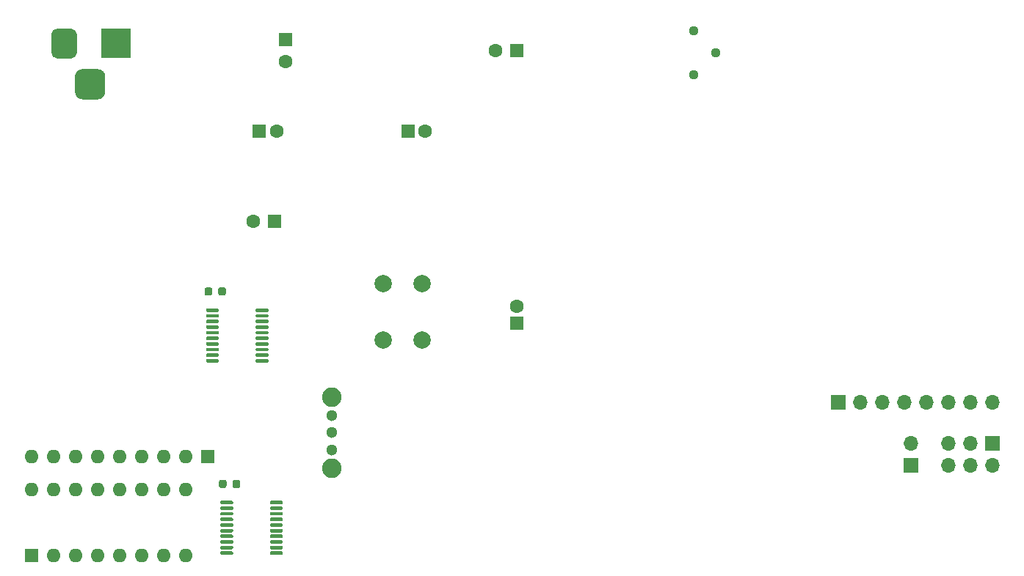
<source format=gbr>
G04 #@! TF.GenerationSoftware,KiCad,Pcbnew,(5.1.6)-1*
G04 #@! TF.CreationDate,2020-07-18T22:50:30+07:00*
G04 #@! TF.ProjectId,automata_smd,6175746f-6d61-4746-915f-736d642e6b69,3*
G04 #@! TF.SameCoordinates,Original*
G04 #@! TF.FileFunction,Soldermask,Bot*
G04 #@! TF.FilePolarity,Negative*
%FSLAX46Y46*%
G04 Gerber Fmt 4.6, Leading zero omitted, Abs format (unit mm)*
G04 Created by KiCad (PCBNEW (5.1.6)-1) date 2020-07-18 22:50:30*
%MOMM*%
%LPD*%
G01*
G04 APERTURE LIST*
%ADD10O,1.600000X1.600000*%
%ADD11R,1.600000X1.600000*%
%ADD12C,2.000000*%
%ADD13O,1.700000X1.700000*%
%ADD14R,1.700000X1.700000*%
%ADD15R,3.500000X3.500000*%
%ADD16C,1.600000*%
%ADD17C,1.120000*%
%ADD18C,2.250000*%
%ADD19C,1.300000*%
G04 APERTURE END LIST*
G36*
G01*
X54898000Y-137183000D02*
X54898000Y-137383000D01*
G75*
G02*
X54798000Y-137483000I-100000J0D01*
G01*
X53523000Y-137483000D01*
G75*
G02*
X53423000Y-137383000I0J100000D01*
G01*
X53423000Y-137183000D01*
G75*
G02*
X53523000Y-137083000I100000J0D01*
G01*
X54798000Y-137083000D01*
G75*
G02*
X54898000Y-137183000I0J-100000D01*
G01*
G37*
G36*
G01*
X54898000Y-137833000D02*
X54898000Y-138033000D01*
G75*
G02*
X54798000Y-138133000I-100000J0D01*
G01*
X53523000Y-138133000D01*
G75*
G02*
X53423000Y-138033000I0J100000D01*
G01*
X53423000Y-137833000D01*
G75*
G02*
X53523000Y-137733000I100000J0D01*
G01*
X54798000Y-137733000D01*
G75*
G02*
X54898000Y-137833000I0J-100000D01*
G01*
G37*
G36*
G01*
X54898000Y-138483000D02*
X54898000Y-138683000D01*
G75*
G02*
X54798000Y-138783000I-100000J0D01*
G01*
X53523000Y-138783000D01*
G75*
G02*
X53423000Y-138683000I0J100000D01*
G01*
X53423000Y-138483000D01*
G75*
G02*
X53523000Y-138383000I100000J0D01*
G01*
X54798000Y-138383000D01*
G75*
G02*
X54898000Y-138483000I0J-100000D01*
G01*
G37*
G36*
G01*
X54898000Y-139133000D02*
X54898000Y-139333000D01*
G75*
G02*
X54798000Y-139433000I-100000J0D01*
G01*
X53523000Y-139433000D01*
G75*
G02*
X53423000Y-139333000I0J100000D01*
G01*
X53423000Y-139133000D01*
G75*
G02*
X53523000Y-139033000I100000J0D01*
G01*
X54798000Y-139033000D01*
G75*
G02*
X54898000Y-139133000I0J-100000D01*
G01*
G37*
G36*
G01*
X54898000Y-139783000D02*
X54898000Y-139983000D01*
G75*
G02*
X54798000Y-140083000I-100000J0D01*
G01*
X53523000Y-140083000D01*
G75*
G02*
X53423000Y-139983000I0J100000D01*
G01*
X53423000Y-139783000D01*
G75*
G02*
X53523000Y-139683000I100000J0D01*
G01*
X54798000Y-139683000D01*
G75*
G02*
X54898000Y-139783000I0J-100000D01*
G01*
G37*
G36*
G01*
X54898000Y-140433000D02*
X54898000Y-140633000D01*
G75*
G02*
X54798000Y-140733000I-100000J0D01*
G01*
X53523000Y-140733000D01*
G75*
G02*
X53423000Y-140633000I0J100000D01*
G01*
X53423000Y-140433000D01*
G75*
G02*
X53523000Y-140333000I100000J0D01*
G01*
X54798000Y-140333000D01*
G75*
G02*
X54898000Y-140433000I0J-100000D01*
G01*
G37*
G36*
G01*
X54898000Y-141083000D02*
X54898000Y-141283000D01*
G75*
G02*
X54798000Y-141383000I-100000J0D01*
G01*
X53523000Y-141383000D01*
G75*
G02*
X53423000Y-141283000I0J100000D01*
G01*
X53423000Y-141083000D01*
G75*
G02*
X53523000Y-140983000I100000J0D01*
G01*
X54798000Y-140983000D01*
G75*
G02*
X54898000Y-141083000I0J-100000D01*
G01*
G37*
G36*
G01*
X54898000Y-141733000D02*
X54898000Y-141933000D01*
G75*
G02*
X54798000Y-142033000I-100000J0D01*
G01*
X53523000Y-142033000D01*
G75*
G02*
X53423000Y-141933000I0J100000D01*
G01*
X53423000Y-141733000D01*
G75*
G02*
X53523000Y-141633000I100000J0D01*
G01*
X54798000Y-141633000D01*
G75*
G02*
X54898000Y-141733000I0J-100000D01*
G01*
G37*
G36*
G01*
X54898000Y-142383000D02*
X54898000Y-142583000D01*
G75*
G02*
X54798000Y-142683000I-100000J0D01*
G01*
X53523000Y-142683000D01*
G75*
G02*
X53423000Y-142583000I0J100000D01*
G01*
X53423000Y-142383000D01*
G75*
G02*
X53523000Y-142283000I100000J0D01*
G01*
X54798000Y-142283000D01*
G75*
G02*
X54898000Y-142383000I0J-100000D01*
G01*
G37*
G36*
G01*
X54898000Y-143033000D02*
X54898000Y-143233000D01*
G75*
G02*
X54798000Y-143333000I-100000J0D01*
G01*
X53523000Y-143333000D01*
G75*
G02*
X53423000Y-143233000I0J100000D01*
G01*
X53423000Y-143033000D01*
G75*
G02*
X53523000Y-142933000I100000J0D01*
G01*
X54798000Y-142933000D01*
G75*
G02*
X54898000Y-143033000I0J-100000D01*
G01*
G37*
G36*
G01*
X60623000Y-143033000D02*
X60623000Y-143233000D01*
G75*
G02*
X60523000Y-143333000I-100000J0D01*
G01*
X59248000Y-143333000D01*
G75*
G02*
X59148000Y-143233000I0J100000D01*
G01*
X59148000Y-143033000D01*
G75*
G02*
X59248000Y-142933000I100000J0D01*
G01*
X60523000Y-142933000D01*
G75*
G02*
X60623000Y-143033000I0J-100000D01*
G01*
G37*
G36*
G01*
X60623000Y-142383000D02*
X60623000Y-142583000D01*
G75*
G02*
X60523000Y-142683000I-100000J0D01*
G01*
X59248000Y-142683000D01*
G75*
G02*
X59148000Y-142583000I0J100000D01*
G01*
X59148000Y-142383000D01*
G75*
G02*
X59248000Y-142283000I100000J0D01*
G01*
X60523000Y-142283000D01*
G75*
G02*
X60623000Y-142383000I0J-100000D01*
G01*
G37*
G36*
G01*
X60623000Y-141733000D02*
X60623000Y-141933000D01*
G75*
G02*
X60523000Y-142033000I-100000J0D01*
G01*
X59248000Y-142033000D01*
G75*
G02*
X59148000Y-141933000I0J100000D01*
G01*
X59148000Y-141733000D01*
G75*
G02*
X59248000Y-141633000I100000J0D01*
G01*
X60523000Y-141633000D01*
G75*
G02*
X60623000Y-141733000I0J-100000D01*
G01*
G37*
G36*
G01*
X60623000Y-141083000D02*
X60623000Y-141283000D01*
G75*
G02*
X60523000Y-141383000I-100000J0D01*
G01*
X59248000Y-141383000D01*
G75*
G02*
X59148000Y-141283000I0J100000D01*
G01*
X59148000Y-141083000D01*
G75*
G02*
X59248000Y-140983000I100000J0D01*
G01*
X60523000Y-140983000D01*
G75*
G02*
X60623000Y-141083000I0J-100000D01*
G01*
G37*
G36*
G01*
X60623000Y-140433000D02*
X60623000Y-140633000D01*
G75*
G02*
X60523000Y-140733000I-100000J0D01*
G01*
X59248000Y-140733000D01*
G75*
G02*
X59148000Y-140633000I0J100000D01*
G01*
X59148000Y-140433000D01*
G75*
G02*
X59248000Y-140333000I100000J0D01*
G01*
X60523000Y-140333000D01*
G75*
G02*
X60623000Y-140433000I0J-100000D01*
G01*
G37*
G36*
G01*
X60623000Y-139783000D02*
X60623000Y-139983000D01*
G75*
G02*
X60523000Y-140083000I-100000J0D01*
G01*
X59248000Y-140083000D01*
G75*
G02*
X59148000Y-139983000I0J100000D01*
G01*
X59148000Y-139783000D01*
G75*
G02*
X59248000Y-139683000I100000J0D01*
G01*
X60523000Y-139683000D01*
G75*
G02*
X60623000Y-139783000I0J-100000D01*
G01*
G37*
G36*
G01*
X60623000Y-139133000D02*
X60623000Y-139333000D01*
G75*
G02*
X60523000Y-139433000I-100000J0D01*
G01*
X59248000Y-139433000D01*
G75*
G02*
X59148000Y-139333000I0J100000D01*
G01*
X59148000Y-139133000D01*
G75*
G02*
X59248000Y-139033000I100000J0D01*
G01*
X60523000Y-139033000D01*
G75*
G02*
X60623000Y-139133000I0J-100000D01*
G01*
G37*
G36*
G01*
X60623000Y-138483000D02*
X60623000Y-138683000D01*
G75*
G02*
X60523000Y-138783000I-100000J0D01*
G01*
X59248000Y-138783000D01*
G75*
G02*
X59148000Y-138683000I0J100000D01*
G01*
X59148000Y-138483000D01*
G75*
G02*
X59248000Y-138383000I100000J0D01*
G01*
X60523000Y-138383000D01*
G75*
G02*
X60623000Y-138483000I0J-100000D01*
G01*
G37*
G36*
G01*
X60623000Y-137833000D02*
X60623000Y-138033000D01*
G75*
G02*
X60523000Y-138133000I-100000J0D01*
G01*
X59248000Y-138133000D01*
G75*
G02*
X59148000Y-138033000I0J100000D01*
G01*
X59148000Y-137833000D01*
G75*
G02*
X59248000Y-137733000I100000J0D01*
G01*
X60523000Y-137733000D01*
G75*
G02*
X60623000Y-137833000I0J-100000D01*
G01*
G37*
G36*
G01*
X60623000Y-137183000D02*
X60623000Y-137383000D01*
G75*
G02*
X60523000Y-137483000I-100000J0D01*
G01*
X59248000Y-137483000D01*
G75*
G02*
X59148000Y-137383000I0J100000D01*
G01*
X59148000Y-137183000D01*
G75*
G02*
X59248000Y-137083000I100000J0D01*
G01*
X60523000Y-137083000D01*
G75*
G02*
X60623000Y-137183000I0J-100000D01*
G01*
G37*
G36*
G01*
X53247000Y-114958000D02*
X53247000Y-115158000D01*
G75*
G02*
X53147000Y-115258000I-100000J0D01*
G01*
X51872000Y-115258000D01*
G75*
G02*
X51772000Y-115158000I0J100000D01*
G01*
X51772000Y-114958000D01*
G75*
G02*
X51872000Y-114858000I100000J0D01*
G01*
X53147000Y-114858000D01*
G75*
G02*
X53247000Y-114958000I0J-100000D01*
G01*
G37*
G36*
G01*
X53247000Y-115608000D02*
X53247000Y-115808000D01*
G75*
G02*
X53147000Y-115908000I-100000J0D01*
G01*
X51872000Y-115908000D01*
G75*
G02*
X51772000Y-115808000I0J100000D01*
G01*
X51772000Y-115608000D01*
G75*
G02*
X51872000Y-115508000I100000J0D01*
G01*
X53147000Y-115508000D01*
G75*
G02*
X53247000Y-115608000I0J-100000D01*
G01*
G37*
G36*
G01*
X53247000Y-116258000D02*
X53247000Y-116458000D01*
G75*
G02*
X53147000Y-116558000I-100000J0D01*
G01*
X51872000Y-116558000D01*
G75*
G02*
X51772000Y-116458000I0J100000D01*
G01*
X51772000Y-116258000D01*
G75*
G02*
X51872000Y-116158000I100000J0D01*
G01*
X53147000Y-116158000D01*
G75*
G02*
X53247000Y-116258000I0J-100000D01*
G01*
G37*
G36*
G01*
X53247000Y-116908000D02*
X53247000Y-117108000D01*
G75*
G02*
X53147000Y-117208000I-100000J0D01*
G01*
X51872000Y-117208000D01*
G75*
G02*
X51772000Y-117108000I0J100000D01*
G01*
X51772000Y-116908000D01*
G75*
G02*
X51872000Y-116808000I100000J0D01*
G01*
X53147000Y-116808000D01*
G75*
G02*
X53247000Y-116908000I0J-100000D01*
G01*
G37*
G36*
G01*
X53247000Y-117558000D02*
X53247000Y-117758000D01*
G75*
G02*
X53147000Y-117858000I-100000J0D01*
G01*
X51872000Y-117858000D01*
G75*
G02*
X51772000Y-117758000I0J100000D01*
G01*
X51772000Y-117558000D01*
G75*
G02*
X51872000Y-117458000I100000J0D01*
G01*
X53147000Y-117458000D01*
G75*
G02*
X53247000Y-117558000I0J-100000D01*
G01*
G37*
G36*
G01*
X53247000Y-118208000D02*
X53247000Y-118408000D01*
G75*
G02*
X53147000Y-118508000I-100000J0D01*
G01*
X51872000Y-118508000D01*
G75*
G02*
X51772000Y-118408000I0J100000D01*
G01*
X51772000Y-118208000D01*
G75*
G02*
X51872000Y-118108000I100000J0D01*
G01*
X53147000Y-118108000D01*
G75*
G02*
X53247000Y-118208000I0J-100000D01*
G01*
G37*
G36*
G01*
X53247000Y-118858000D02*
X53247000Y-119058000D01*
G75*
G02*
X53147000Y-119158000I-100000J0D01*
G01*
X51872000Y-119158000D01*
G75*
G02*
X51772000Y-119058000I0J100000D01*
G01*
X51772000Y-118858000D01*
G75*
G02*
X51872000Y-118758000I100000J0D01*
G01*
X53147000Y-118758000D01*
G75*
G02*
X53247000Y-118858000I0J-100000D01*
G01*
G37*
G36*
G01*
X53247000Y-119508000D02*
X53247000Y-119708000D01*
G75*
G02*
X53147000Y-119808000I-100000J0D01*
G01*
X51872000Y-119808000D01*
G75*
G02*
X51772000Y-119708000I0J100000D01*
G01*
X51772000Y-119508000D01*
G75*
G02*
X51872000Y-119408000I100000J0D01*
G01*
X53147000Y-119408000D01*
G75*
G02*
X53247000Y-119508000I0J-100000D01*
G01*
G37*
G36*
G01*
X53247000Y-120158000D02*
X53247000Y-120358000D01*
G75*
G02*
X53147000Y-120458000I-100000J0D01*
G01*
X51872000Y-120458000D01*
G75*
G02*
X51772000Y-120358000I0J100000D01*
G01*
X51772000Y-120158000D01*
G75*
G02*
X51872000Y-120058000I100000J0D01*
G01*
X53147000Y-120058000D01*
G75*
G02*
X53247000Y-120158000I0J-100000D01*
G01*
G37*
G36*
G01*
X53247000Y-120808000D02*
X53247000Y-121008000D01*
G75*
G02*
X53147000Y-121108000I-100000J0D01*
G01*
X51872000Y-121108000D01*
G75*
G02*
X51772000Y-121008000I0J100000D01*
G01*
X51772000Y-120808000D01*
G75*
G02*
X51872000Y-120708000I100000J0D01*
G01*
X53147000Y-120708000D01*
G75*
G02*
X53247000Y-120808000I0J-100000D01*
G01*
G37*
G36*
G01*
X58972000Y-120808000D02*
X58972000Y-121008000D01*
G75*
G02*
X58872000Y-121108000I-100000J0D01*
G01*
X57597000Y-121108000D01*
G75*
G02*
X57497000Y-121008000I0J100000D01*
G01*
X57497000Y-120808000D01*
G75*
G02*
X57597000Y-120708000I100000J0D01*
G01*
X58872000Y-120708000D01*
G75*
G02*
X58972000Y-120808000I0J-100000D01*
G01*
G37*
G36*
G01*
X58972000Y-120158000D02*
X58972000Y-120358000D01*
G75*
G02*
X58872000Y-120458000I-100000J0D01*
G01*
X57597000Y-120458000D01*
G75*
G02*
X57497000Y-120358000I0J100000D01*
G01*
X57497000Y-120158000D01*
G75*
G02*
X57597000Y-120058000I100000J0D01*
G01*
X58872000Y-120058000D01*
G75*
G02*
X58972000Y-120158000I0J-100000D01*
G01*
G37*
G36*
G01*
X58972000Y-119508000D02*
X58972000Y-119708000D01*
G75*
G02*
X58872000Y-119808000I-100000J0D01*
G01*
X57597000Y-119808000D01*
G75*
G02*
X57497000Y-119708000I0J100000D01*
G01*
X57497000Y-119508000D01*
G75*
G02*
X57597000Y-119408000I100000J0D01*
G01*
X58872000Y-119408000D01*
G75*
G02*
X58972000Y-119508000I0J-100000D01*
G01*
G37*
G36*
G01*
X58972000Y-118858000D02*
X58972000Y-119058000D01*
G75*
G02*
X58872000Y-119158000I-100000J0D01*
G01*
X57597000Y-119158000D01*
G75*
G02*
X57497000Y-119058000I0J100000D01*
G01*
X57497000Y-118858000D01*
G75*
G02*
X57597000Y-118758000I100000J0D01*
G01*
X58872000Y-118758000D01*
G75*
G02*
X58972000Y-118858000I0J-100000D01*
G01*
G37*
G36*
G01*
X58972000Y-118208000D02*
X58972000Y-118408000D01*
G75*
G02*
X58872000Y-118508000I-100000J0D01*
G01*
X57597000Y-118508000D01*
G75*
G02*
X57497000Y-118408000I0J100000D01*
G01*
X57497000Y-118208000D01*
G75*
G02*
X57597000Y-118108000I100000J0D01*
G01*
X58872000Y-118108000D01*
G75*
G02*
X58972000Y-118208000I0J-100000D01*
G01*
G37*
G36*
G01*
X58972000Y-117558000D02*
X58972000Y-117758000D01*
G75*
G02*
X58872000Y-117858000I-100000J0D01*
G01*
X57597000Y-117858000D01*
G75*
G02*
X57497000Y-117758000I0J100000D01*
G01*
X57497000Y-117558000D01*
G75*
G02*
X57597000Y-117458000I100000J0D01*
G01*
X58872000Y-117458000D01*
G75*
G02*
X58972000Y-117558000I0J-100000D01*
G01*
G37*
G36*
G01*
X58972000Y-116908000D02*
X58972000Y-117108000D01*
G75*
G02*
X58872000Y-117208000I-100000J0D01*
G01*
X57597000Y-117208000D01*
G75*
G02*
X57497000Y-117108000I0J100000D01*
G01*
X57497000Y-116908000D01*
G75*
G02*
X57597000Y-116808000I100000J0D01*
G01*
X58872000Y-116808000D01*
G75*
G02*
X58972000Y-116908000I0J-100000D01*
G01*
G37*
G36*
G01*
X58972000Y-116258000D02*
X58972000Y-116458000D01*
G75*
G02*
X58872000Y-116558000I-100000J0D01*
G01*
X57597000Y-116558000D01*
G75*
G02*
X57497000Y-116458000I0J100000D01*
G01*
X57497000Y-116258000D01*
G75*
G02*
X57597000Y-116158000I100000J0D01*
G01*
X58872000Y-116158000D01*
G75*
G02*
X58972000Y-116258000I0J-100000D01*
G01*
G37*
G36*
G01*
X58972000Y-115608000D02*
X58972000Y-115808000D01*
G75*
G02*
X58872000Y-115908000I-100000J0D01*
G01*
X57597000Y-115908000D01*
G75*
G02*
X57497000Y-115808000I0J100000D01*
G01*
X57497000Y-115608000D01*
G75*
G02*
X57597000Y-115508000I100000J0D01*
G01*
X58872000Y-115508000D01*
G75*
G02*
X58972000Y-115608000I0J-100000D01*
G01*
G37*
G36*
G01*
X58972000Y-114958000D02*
X58972000Y-115158000D01*
G75*
G02*
X58872000Y-115258000I-100000J0D01*
G01*
X57597000Y-115258000D01*
G75*
G02*
X57497000Y-115158000I0J100000D01*
G01*
X57497000Y-114958000D01*
G75*
G02*
X57597000Y-114858000I100000J0D01*
G01*
X58872000Y-114858000D01*
G75*
G02*
X58972000Y-114958000I0J-100000D01*
G01*
G37*
D10*
X31623000Y-135763000D03*
X49403000Y-143383000D03*
X34163000Y-135763000D03*
X46863000Y-143383000D03*
X36703000Y-135763000D03*
X44323000Y-143383000D03*
X39243000Y-135763000D03*
X41783000Y-143383000D03*
X41783000Y-135763000D03*
X39243000Y-143383000D03*
X44323000Y-135763000D03*
X36703000Y-143383000D03*
X46863000Y-135763000D03*
X34163000Y-143383000D03*
X49403000Y-135763000D03*
D11*
X31623000Y-143383000D03*
D12*
X76708000Y-118514000D03*
X72208000Y-118514000D03*
X76708000Y-112014000D03*
X72208000Y-112014000D03*
D13*
X133096000Y-130429000D03*
D14*
X133096000Y-132969000D03*
D13*
X137414000Y-132969000D03*
X137414000Y-130429000D03*
X139954000Y-132969000D03*
X139954000Y-130429000D03*
X142494000Y-132969000D03*
D14*
X142494000Y-130429000D03*
D13*
X142494000Y-125704600D03*
X139954000Y-125704600D03*
X137414000Y-125704600D03*
X134874000Y-125704600D03*
X132334000Y-125704600D03*
X129794000Y-125704600D03*
X127254000Y-125704600D03*
D14*
X124714000Y-125704600D03*
D15*
X41402000Y-84251800D03*
G36*
G01*
X33902000Y-85251800D02*
X33902000Y-83251800D01*
G75*
G02*
X34652000Y-82501800I750000J0D01*
G01*
X36152000Y-82501800D01*
G75*
G02*
X36902000Y-83251800I0J-750000D01*
G01*
X36902000Y-85251800D01*
G75*
G02*
X36152000Y-86001800I-750000J0D01*
G01*
X34652000Y-86001800D01*
G75*
G02*
X33902000Y-85251800I0J750000D01*
G01*
G37*
G36*
G01*
X36652000Y-89826800D02*
X36652000Y-88076800D01*
G75*
G02*
X37527000Y-87201800I875000J0D01*
G01*
X39277000Y-87201800D01*
G75*
G02*
X40152000Y-88076800I0J-875000D01*
G01*
X40152000Y-89826800D01*
G75*
G02*
X39277000Y-90701800I-875000J0D01*
G01*
X37527000Y-90701800D01*
G75*
G02*
X36652000Y-89826800I0J875000D01*
G01*
G37*
G36*
G01*
X54833000Y-135384250D02*
X54833000Y-134871750D01*
G75*
G02*
X55051750Y-134653000I218750J0D01*
G01*
X55489250Y-134653000D01*
G75*
G02*
X55708000Y-134871750I0J-218750D01*
G01*
X55708000Y-135384250D01*
G75*
G02*
X55489250Y-135603000I-218750J0D01*
G01*
X55051750Y-135603000D01*
G75*
G02*
X54833000Y-135384250I0J218750D01*
G01*
G37*
G36*
G01*
X53258000Y-135384250D02*
X53258000Y-134871750D01*
G75*
G02*
X53476750Y-134653000I218750J0D01*
G01*
X53914250Y-134653000D01*
G75*
G02*
X54133000Y-134871750I0J-218750D01*
G01*
X54133000Y-135384250D01*
G75*
G02*
X53914250Y-135603000I-218750J0D01*
G01*
X53476750Y-135603000D01*
G75*
G02*
X53258000Y-135384250I0J218750D01*
G01*
G37*
G36*
G01*
X53182000Y-113159250D02*
X53182000Y-112646750D01*
G75*
G02*
X53400750Y-112428000I218750J0D01*
G01*
X53838250Y-112428000D01*
G75*
G02*
X54057000Y-112646750I0J-218750D01*
G01*
X54057000Y-113159250D01*
G75*
G02*
X53838250Y-113378000I-218750J0D01*
G01*
X53400750Y-113378000D01*
G75*
G02*
X53182000Y-113159250I0J218750D01*
G01*
G37*
G36*
G01*
X51607000Y-113159250D02*
X51607000Y-112646750D01*
G75*
G02*
X51825750Y-112428000I218750J0D01*
G01*
X52263250Y-112428000D01*
G75*
G02*
X52482000Y-112646750I0J-218750D01*
G01*
X52482000Y-113159250D01*
G75*
G02*
X52263250Y-113378000I-218750J0D01*
G01*
X51825750Y-113378000D01*
G75*
G02*
X51607000Y-113159250I0J218750D01*
G01*
G37*
D16*
X87630000Y-114586000D03*
D11*
X87630000Y-116586000D03*
D16*
X77057000Y-94361000D03*
D11*
X75057000Y-94361000D03*
D16*
X59912000Y-94361000D03*
D11*
X57912000Y-94361000D03*
D17*
X108051000Y-87884000D03*
X110591000Y-85344000D03*
X108051000Y-82804000D03*
D16*
X57190000Y-104775000D03*
D11*
X59690000Y-104775000D03*
D16*
X85130000Y-85090000D03*
D11*
X87630000Y-85090000D03*
D16*
X60960000Y-86320000D03*
D11*
X60960000Y-83820000D03*
D18*
X66319400Y-125109800D03*
X66319400Y-133309800D03*
D19*
X66319400Y-127209800D03*
X66319400Y-129209800D03*
X66319400Y-131209800D03*
D11*
X51943000Y-131953000D03*
D10*
X49403000Y-131953000D03*
X46863000Y-131953000D03*
X44323000Y-131953000D03*
X41783000Y-131953000D03*
X39243000Y-131953000D03*
X36703000Y-131953000D03*
X34163000Y-131953000D03*
X31623000Y-131953000D03*
M02*

</source>
